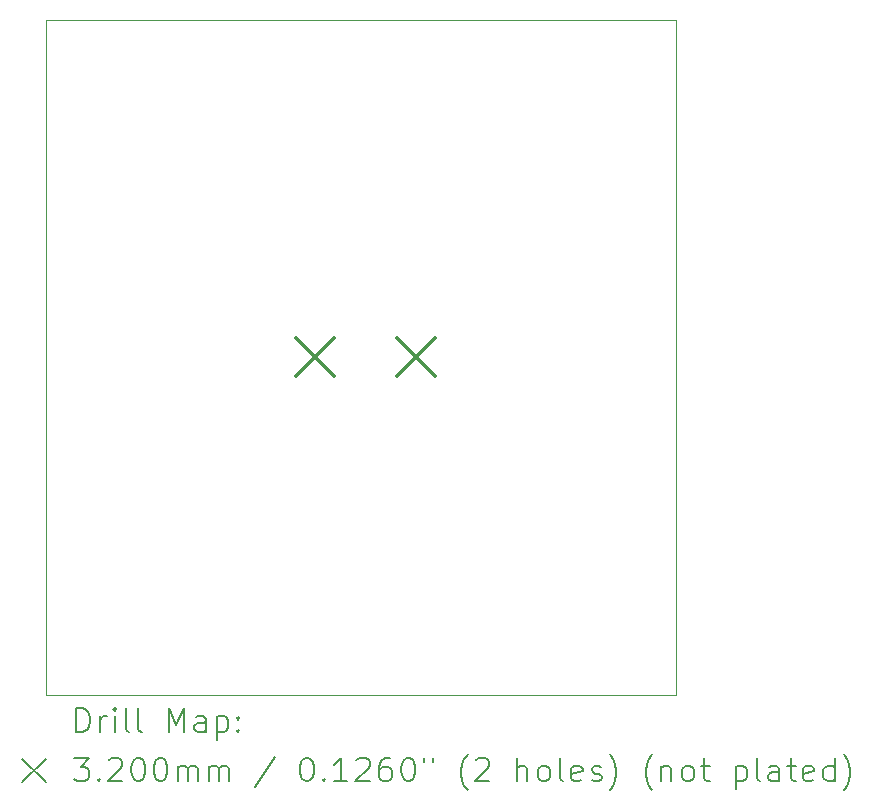
<source format=gbr>
%TF.GenerationSoftware,KiCad,Pcbnew,7.0.7*%
%TF.CreationDate,2023-09-08T13:53:21-04:00*%
%TF.ProjectId,Temps_South_DCT_HSK,54656d70-735f-4536-9f75-74685f444354,rev?*%
%TF.SameCoordinates,Original*%
%TF.FileFunction,Drillmap*%
%TF.FilePolarity,Positive*%
%FSLAX45Y45*%
G04 Gerber Fmt 4.5, Leading zero omitted, Abs format (unit mm)*
G04 Created by KiCad (PCBNEW 7.0.7) date 2023-09-08 13:53:21*
%MOMM*%
%LPD*%
G01*
G04 APERTURE LIST*
%ADD10C,0.100000*%
%ADD11C,0.200000*%
%ADD12C,0.320000*%
G04 APERTURE END LIST*
D10*
X9144000Y-4699000D02*
X14478000Y-4699000D01*
X14478000Y-10414000D01*
X9144000Y-10414000D01*
X9144000Y-4699000D01*
D11*
D12*
X11257300Y-7396500D02*
X11577300Y-7716500D01*
X11577300Y-7396500D02*
X11257300Y-7716500D01*
X12118360Y-7396500D02*
X12438360Y-7716500D01*
X12438360Y-7396500D02*
X12118360Y-7716500D01*
D11*
X9399777Y-10730484D02*
X9399777Y-10530484D01*
X9399777Y-10530484D02*
X9447396Y-10530484D01*
X9447396Y-10530484D02*
X9475967Y-10540008D01*
X9475967Y-10540008D02*
X9495015Y-10559055D01*
X9495015Y-10559055D02*
X9504539Y-10578103D01*
X9504539Y-10578103D02*
X9514063Y-10616198D01*
X9514063Y-10616198D02*
X9514063Y-10644770D01*
X9514063Y-10644770D02*
X9504539Y-10682865D01*
X9504539Y-10682865D02*
X9495015Y-10701912D01*
X9495015Y-10701912D02*
X9475967Y-10720960D01*
X9475967Y-10720960D02*
X9447396Y-10730484D01*
X9447396Y-10730484D02*
X9399777Y-10730484D01*
X9599777Y-10730484D02*
X9599777Y-10597150D01*
X9599777Y-10635246D02*
X9609301Y-10616198D01*
X9609301Y-10616198D02*
X9618824Y-10606674D01*
X9618824Y-10606674D02*
X9637872Y-10597150D01*
X9637872Y-10597150D02*
X9656920Y-10597150D01*
X9723586Y-10730484D02*
X9723586Y-10597150D01*
X9723586Y-10530484D02*
X9714063Y-10540008D01*
X9714063Y-10540008D02*
X9723586Y-10549531D01*
X9723586Y-10549531D02*
X9733110Y-10540008D01*
X9733110Y-10540008D02*
X9723586Y-10530484D01*
X9723586Y-10530484D02*
X9723586Y-10549531D01*
X9847396Y-10730484D02*
X9828348Y-10720960D01*
X9828348Y-10720960D02*
X9818824Y-10701912D01*
X9818824Y-10701912D02*
X9818824Y-10530484D01*
X9952158Y-10730484D02*
X9933110Y-10720960D01*
X9933110Y-10720960D02*
X9923586Y-10701912D01*
X9923586Y-10701912D02*
X9923586Y-10530484D01*
X10180729Y-10730484D02*
X10180729Y-10530484D01*
X10180729Y-10530484D02*
X10247396Y-10673341D01*
X10247396Y-10673341D02*
X10314063Y-10530484D01*
X10314063Y-10530484D02*
X10314063Y-10730484D01*
X10495015Y-10730484D02*
X10495015Y-10625722D01*
X10495015Y-10625722D02*
X10485491Y-10606674D01*
X10485491Y-10606674D02*
X10466444Y-10597150D01*
X10466444Y-10597150D02*
X10428348Y-10597150D01*
X10428348Y-10597150D02*
X10409301Y-10606674D01*
X10495015Y-10720960D02*
X10475967Y-10730484D01*
X10475967Y-10730484D02*
X10428348Y-10730484D01*
X10428348Y-10730484D02*
X10409301Y-10720960D01*
X10409301Y-10720960D02*
X10399777Y-10701912D01*
X10399777Y-10701912D02*
X10399777Y-10682865D01*
X10399777Y-10682865D02*
X10409301Y-10663817D01*
X10409301Y-10663817D02*
X10428348Y-10654293D01*
X10428348Y-10654293D02*
X10475967Y-10654293D01*
X10475967Y-10654293D02*
X10495015Y-10644770D01*
X10590253Y-10597150D02*
X10590253Y-10797150D01*
X10590253Y-10606674D02*
X10609301Y-10597150D01*
X10609301Y-10597150D02*
X10647396Y-10597150D01*
X10647396Y-10597150D02*
X10666444Y-10606674D01*
X10666444Y-10606674D02*
X10675967Y-10616198D01*
X10675967Y-10616198D02*
X10685491Y-10635246D01*
X10685491Y-10635246D02*
X10685491Y-10692389D01*
X10685491Y-10692389D02*
X10675967Y-10711436D01*
X10675967Y-10711436D02*
X10666444Y-10720960D01*
X10666444Y-10720960D02*
X10647396Y-10730484D01*
X10647396Y-10730484D02*
X10609301Y-10730484D01*
X10609301Y-10730484D02*
X10590253Y-10720960D01*
X10771205Y-10711436D02*
X10780729Y-10720960D01*
X10780729Y-10720960D02*
X10771205Y-10730484D01*
X10771205Y-10730484D02*
X10761682Y-10720960D01*
X10761682Y-10720960D02*
X10771205Y-10711436D01*
X10771205Y-10711436D02*
X10771205Y-10730484D01*
X10771205Y-10606674D02*
X10780729Y-10616198D01*
X10780729Y-10616198D02*
X10771205Y-10625722D01*
X10771205Y-10625722D02*
X10761682Y-10616198D01*
X10761682Y-10616198D02*
X10771205Y-10606674D01*
X10771205Y-10606674D02*
X10771205Y-10625722D01*
X8939000Y-10959000D02*
X9139000Y-11159000D01*
X9139000Y-10959000D02*
X8939000Y-11159000D01*
X9380729Y-10950484D02*
X9504539Y-10950484D01*
X9504539Y-10950484D02*
X9437872Y-11026674D01*
X9437872Y-11026674D02*
X9466444Y-11026674D01*
X9466444Y-11026674D02*
X9485491Y-11036198D01*
X9485491Y-11036198D02*
X9495015Y-11045722D01*
X9495015Y-11045722D02*
X9504539Y-11064770D01*
X9504539Y-11064770D02*
X9504539Y-11112389D01*
X9504539Y-11112389D02*
X9495015Y-11131436D01*
X9495015Y-11131436D02*
X9485491Y-11140960D01*
X9485491Y-11140960D02*
X9466444Y-11150484D01*
X9466444Y-11150484D02*
X9409301Y-11150484D01*
X9409301Y-11150484D02*
X9390253Y-11140960D01*
X9390253Y-11140960D02*
X9380729Y-11131436D01*
X9590253Y-11131436D02*
X9599777Y-11140960D01*
X9599777Y-11140960D02*
X9590253Y-11150484D01*
X9590253Y-11150484D02*
X9580729Y-11140960D01*
X9580729Y-11140960D02*
X9590253Y-11131436D01*
X9590253Y-11131436D02*
X9590253Y-11150484D01*
X9675967Y-10969531D02*
X9685491Y-10960008D01*
X9685491Y-10960008D02*
X9704539Y-10950484D01*
X9704539Y-10950484D02*
X9752158Y-10950484D01*
X9752158Y-10950484D02*
X9771205Y-10960008D01*
X9771205Y-10960008D02*
X9780729Y-10969531D01*
X9780729Y-10969531D02*
X9790253Y-10988579D01*
X9790253Y-10988579D02*
X9790253Y-11007627D01*
X9790253Y-11007627D02*
X9780729Y-11036198D01*
X9780729Y-11036198D02*
X9666444Y-11150484D01*
X9666444Y-11150484D02*
X9790253Y-11150484D01*
X9914063Y-10950484D02*
X9933110Y-10950484D01*
X9933110Y-10950484D02*
X9952158Y-10960008D01*
X9952158Y-10960008D02*
X9961682Y-10969531D01*
X9961682Y-10969531D02*
X9971205Y-10988579D01*
X9971205Y-10988579D02*
X9980729Y-11026674D01*
X9980729Y-11026674D02*
X9980729Y-11074293D01*
X9980729Y-11074293D02*
X9971205Y-11112389D01*
X9971205Y-11112389D02*
X9961682Y-11131436D01*
X9961682Y-11131436D02*
X9952158Y-11140960D01*
X9952158Y-11140960D02*
X9933110Y-11150484D01*
X9933110Y-11150484D02*
X9914063Y-11150484D01*
X9914063Y-11150484D02*
X9895015Y-11140960D01*
X9895015Y-11140960D02*
X9885491Y-11131436D01*
X9885491Y-11131436D02*
X9875967Y-11112389D01*
X9875967Y-11112389D02*
X9866444Y-11074293D01*
X9866444Y-11074293D02*
X9866444Y-11026674D01*
X9866444Y-11026674D02*
X9875967Y-10988579D01*
X9875967Y-10988579D02*
X9885491Y-10969531D01*
X9885491Y-10969531D02*
X9895015Y-10960008D01*
X9895015Y-10960008D02*
X9914063Y-10950484D01*
X10104539Y-10950484D02*
X10123586Y-10950484D01*
X10123586Y-10950484D02*
X10142634Y-10960008D01*
X10142634Y-10960008D02*
X10152158Y-10969531D01*
X10152158Y-10969531D02*
X10161682Y-10988579D01*
X10161682Y-10988579D02*
X10171205Y-11026674D01*
X10171205Y-11026674D02*
X10171205Y-11074293D01*
X10171205Y-11074293D02*
X10161682Y-11112389D01*
X10161682Y-11112389D02*
X10152158Y-11131436D01*
X10152158Y-11131436D02*
X10142634Y-11140960D01*
X10142634Y-11140960D02*
X10123586Y-11150484D01*
X10123586Y-11150484D02*
X10104539Y-11150484D01*
X10104539Y-11150484D02*
X10085491Y-11140960D01*
X10085491Y-11140960D02*
X10075967Y-11131436D01*
X10075967Y-11131436D02*
X10066444Y-11112389D01*
X10066444Y-11112389D02*
X10056920Y-11074293D01*
X10056920Y-11074293D02*
X10056920Y-11026674D01*
X10056920Y-11026674D02*
X10066444Y-10988579D01*
X10066444Y-10988579D02*
X10075967Y-10969531D01*
X10075967Y-10969531D02*
X10085491Y-10960008D01*
X10085491Y-10960008D02*
X10104539Y-10950484D01*
X10256920Y-11150484D02*
X10256920Y-11017150D01*
X10256920Y-11036198D02*
X10266444Y-11026674D01*
X10266444Y-11026674D02*
X10285491Y-11017150D01*
X10285491Y-11017150D02*
X10314063Y-11017150D01*
X10314063Y-11017150D02*
X10333110Y-11026674D01*
X10333110Y-11026674D02*
X10342634Y-11045722D01*
X10342634Y-11045722D02*
X10342634Y-11150484D01*
X10342634Y-11045722D02*
X10352158Y-11026674D01*
X10352158Y-11026674D02*
X10371205Y-11017150D01*
X10371205Y-11017150D02*
X10399777Y-11017150D01*
X10399777Y-11017150D02*
X10418825Y-11026674D01*
X10418825Y-11026674D02*
X10428348Y-11045722D01*
X10428348Y-11045722D02*
X10428348Y-11150484D01*
X10523586Y-11150484D02*
X10523586Y-11017150D01*
X10523586Y-11036198D02*
X10533110Y-11026674D01*
X10533110Y-11026674D02*
X10552158Y-11017150D01*
X10552158Y-11017150D02*
X10580729Y-11017150D01*
X10580729Y-11017150D02*
X10599777Y-11026674D01*
X10599777Y-11026674D02*
X10609301Y-11045722D01*
X10609301Y-11045722D02*
X10609301Y-11150484D01*
X10609301Y-11045722D02*
X10618825Y-11026674D01*
X10618825Y-11026674D02*
X10637872Y-11017150D01*
X10637872Y-11017150D02*
X10666444Y-11017150D01*
X10666444Y-11017150D02*
X10685491Y-11026674D01*
X10685491Y-11026674D02*
X10695015Y-11045722D01*
X10695015Y-11045722D02*
X10695015Y-11150484D01*
X11085491Y-10940960D02*
X10914063Y-11198103D01*
X11342634Y-10950484D02*
X11361682Y-10950484D01*
X11361682Y-10950484D02*
X11380729Y-10960008D01*
X11380729Y-10960008D02*
X11390253Y-10969531D01*
X11390253Y-10969531D02*
X11399777Y-10988579D01*
X11399777Y-10988579D02*
X11409301Y-11026674D01*
X11409301Y-11026674D02*
X11409301Y-11074293D01*
X11409301Y-11074293D02*
X11399777Y-11112389D01*
X11399777Y-11112389D02*
X11390253Y-11131436D01*
X11390253Y-11131436D02*
X11380729Y-11140960D01*
X11380729Y-11140960D02*
X11361682Y-11150484D01*
X11361682Y-11150484D02*
X11342634Y-11150484D01*
X11342634Y-11150484D02*
X11323586Y-11140960D01*
X11323586Y-11140960D02*
X11314063Y-11131436D01*
X11314063Y-11131436D02*
X11304539Y-11112389D01*
X11304539Y-11112389D02*
X11295015Y-11074293D01*
X11295015Y-11074293D02*
X11295015Y-11026674D01*
X11295015Y-11026674D02*
X11304539Y-10988579D01*
X11304539Y-10988579D02*
X11314063Y-10969531D01*
X11314063Y-10969531D02*
X11323586Y-10960008D01*
X11323586Y-10960008D02*
X11342634Y-10950484D01*
X11495015Y-11131436D02*
X11504539Y-11140960D01*
X11504539Y-11140960D02*
X11495015Y-11150484D01*
X11495015Y-11150484D02*
X11485491Y-11140960D01*
X11485491Y-11140960D02*
X11495015Y-11131436D01*
X11495015Y-11131436D02*
X11495015Y-11150484D01*
X11695015Y-11150484D02*
X11580729Y-11150484D01*
X11637872Y-11150484D02*
X11637872Y-10950484D01*
X11637872Y-10950484D02*
X11618825Y-10979055D01*
X11618825Y-10979055D02*
X11599777Y-10998103D01*
X11599777Y-10998103D02*
X11580729Y-11007627D01*
X11771206Y-10969531D02*
X11780729Y-10960008D01*
X11780729Y-10960008D02*
X11799777Y-10950484D01*
X11799777Y-10950484D02*
X11847396Y-10950484D01*
X11847396Y-10950484D02*
X11866444Y-10960008D01*
X11866444Y-10960008D02*
X11875967Y-10969531D01*
X11875967Y-10969531D02*
X11885491Y-10988579D01*
X11885491Y-10988579D02*
X11885491Y-11007627D01*
X11885491Y-11007627D02*
X11875967Y-11036198D01*
X11875967Y-11036198D02*
X11761682Y-11150484D01*
X11761682Y-11150484D02*
X11885491Y-11150484D01*
X12056920Y-10950484D02*
X12018825Y-10950484D01*
X12018825Y-10950484D02*
X11999777Y-10960008D01*
X11999777Y-10960008D02*
X11990253Y-10969531D01*
X11990253Y-10969531D02*
X11971206Y-10998103D01*
X11971206Y-10998103D02*
X11961682Y-11036198D01*
X11961682Y-11036198D02*
X11961682Y-11112389D01*
X11961682Y-11112389D02*
X11971206Y-11131436D01*
X11971206Y-11131436D02*
X11980729Y-11140960D01*
X11980729Y-11140960D02*
X11999777Y-11150484D01*
X11999777Y-11150484D02*
X12037872Y-11150484D01*
X12037872Y-11150484D02*
X12056920Y-11140960D01*
X12056920Y-11140960D02*
X12066444Y-11131436D01*
X12066444Y-11131436D02*
X12075967Y-11112389D01*
X12075967Y-11112389D02*
X12075967Y-11064770D01*
X12075967Y-11064770D02*
X12066444Y-11045722D01*
X12066444Y-11045722D02*
X12056920Y-11036198D01*
X12056920Y-11036198D02*
X12037872Y-11026674D01*
X12037872Y-11026674D02*
X11999777Y-11026674D01*
X11999777Y-11026674D02*
X11980729Y-11036198D01*
X11980729Y-11036198D02*
X11971206Y-11045722D01*
X11971206Y-11045722D02*
X11961682Y-11064770D01*
X12199777Y-10950484D02*
X12218825Y-10950484D01*
X12218825Y-10950484D02*
X12237872Y-10960008D01*
X12237872Y-10960008D02*
X12247396Y-10969531D01*
X12247396Y-10969531D02*
X12256920Y-10988579D01*
X12256920Y-10988579D02*
X12266444Y-11026674D01*
X12266444Y-11026674D02*
X12266444Y-11074293D01*
X12266444Y-11074293D02*
X12256920Y-11112389D01*
X12256920Y-11112389D02*
X12247396Y-11131436D01*
X12247396Y-11131436D02*
X12237872Y-11140960D01*
X12237872Y-11140960D02*
X12218825Y-11150484D01*
X12218825Y-11150484D02*
X12199777Y-11150484D01*
X12199777Y-11150484D02*
X12180729Y-11140960D01*
X12180729Y-11140960D02*
X12171206Y-11131436D01*
X12171206Y-11131436D02*
X12161682Y-11112389D01*
X12161682Y-11112389D02*
X12152158Y-11074293D01*
X12152158Y-11074293D02*
X12152158Y-11026674D01*
X12152158Y-11026674D02*
X12161682Y-10988579D01*
X12161682Y-10988579D02*
X12171206Y-10969531D01*
X12171206Y-10969531D02*
X12180729Y-10960008D01*
X12180729Y-10960008D02*
X12199777Y-10950484D01*
X12342634Y-10950484D02*
X12342634Y-10988579D01*
X12418825Y-10950484D02*
X12418825Y-10988579D01*
X12714063Y-11226674D02*
X12704539Y-11217150D01*
X12704539Y-11217150D02*
X12685491Y-11188579D01*
X12685491Y-11188579D02*
X12675968Y-11169531D01*
X12675968Y-11169531D02*
X12666444Y-11140960D01*
X12666444Y-11140960D02*
X12656920Y-11093341D01*
X12656920Y-11093341D02*
X12656920Y-11055246D01*
X12656920Y-11055246D02*
X12666444Y-11007627D01*
X12666444Y-11007627D02*
X12675968Y-10979055D01*
X12675968Y-10979055D02*
X12685491Y-10960008D01*
X12685491Y-10960008D02*
X12704539Y-10931436D01*
X12704539Y-10931436D02*
X12714063Y-10921912D01*
X12780729Y-10969531D02*
X12790253Y-10960008D01*
X12790253Y-10960008D02*
X12809301Y-10950484D01*
X12809301Y-10950484D02*
X12856920Y-10950484D01*
X12856920Y-10950484D02*
X12875968Y-10960008D01*
X12875968Y-10960008D02*
X12885491Y-10969531D01*
X12885491Y-10969531D02*
X12895015Y-10988579D01*
X12895015Y-10988579D02*
X12895015Y-11007627D01*
X12895015Y-11007627D02*
X12885491Y-11036198D01*
X12885491Y-11036198D02*
X12771206Y-11150484D01*
X12771206Y-11150484D02*
X12895015Y-11150484D01*
X13133110Y-11150484D02*
X13133110Y-10950484D01*
X13218825Y-11150484D02*
X13218825Y-11045722D01*
X13218825Y-11045722D02*
X13209301Y-11026674D01*
X13209301Y-11026674D02*
X13190253Y-11017150D01*
X13190253Y-11017150D02*
X13161682Y-11017150D01*
X13161682Y-11017150D02*
X13142634Y-11026674D01*
X13142634Y-11026674D02*
X13133110Y-11036198D01*
X13342634Y-11150484D02*
X13323587Y-11140960D01*
X13323587Y-11140960D02*
X13314063Y-11131436D01*
X13314063Y-11131436D02*
X13304539Y-11112389D01*
X13304539Y-11112389D02*
X13304539Y-11055246D01*
X13304539Y-11055246D02*
X13314063Y-11036198D01*
X13314063Y-11036198D02*
X13323587Y-11026674D01*
X13323587Y-11026674D02*
X13342634Y-11017150D01*
X13342634Y-11017150D02*
X13371206Y-11017150D01*
X13371206Y-11017150D02*
X13390253Y-11026674D01*
X13390253Y-11026674D02*
X13399777Y-11036198D01*
X13399777Y-11036198D02*
X13409301Y-11055246D01*
X13409301Y-11055246D02*
X13409301Y-11112389D01*
X13409301Y-11112389D02*
X13399777Y-11131436D01*
X13399777Y-11131436D02*
X13390253Y-11140960D01*
X13390253Y-11140960D02*
X13371206Y-11150484D01*
X13371206Y-11150484D02*
X13342634Y-11150484D01*
X13523587Y-11150484D02*
X13504539Y-11140960D01*
X13504539Y-11140960D02*
X13495015Y-11121912D01*
X13495015Y-11121912D02*
X13495015Y-10950484D01*
X13675968Y-11140960D02*
X13656920Y-11150484D01*
X13656920Y-11150484D02*
X13618825Y-11150484D01*
X13618825Y-11150484D02*
X13599777Y-11140960D01*
X13599777Y-11140960D02*
X13590253Y-11121912D01*
X13590253Y-11121912D02*
X13590253Y-11045722D01*
X13590253Y-11045722D02*
X13599777Y-11026674D01*
X13599777Y-11026674D02*
X13618825Y-11017150D01*
X13618825Y-11017150D02*
X13656920Y-11017150D01*
X13656920Y-11017150D02*
X13675968Y-11026674D01*
X13675968Y-11026674D02*
X13685491Y-11045722D01*
X13685491Y-11045722D02*
X13685491Y-11064770D01*
X13685491Y-11064770D02*
X13590253Y-11083817D01*
X13761682Y-11140960D02*
X13780730Y-11150484D01*
X13780730Y-11150484D02*
X13818825Y-11150484D01*
X13818825Y-11150484D02*
X13837872Y-11140960D01*
X13837872Y-11140960D02*
X13847396Y-11121912D01*
X13847396Y-11121912D02*
X13847396Y-11112389D01*
X13847396Y-11112389D02*
X13837872Y-11093341D01*
X13837872Y-11093341D02*
X13818825Y-11083817D01*
X13818825Y-11083817D02*
X13790253Y-11083817D01*
X13790253Y-11083817D02*
X13771206Y-11074293D01*
X13771206Y-11074293D02*
X13761682Y-11055246D01*
X13761682Y-11055246D02*
X13761682Y-11045722D01*
X13761682Y-11045722D02*
X13771206Y-11026674D01*
X13771206Y-11026674D02*
X13790253Y-11017150D01*
X13790253Y-11017150D02*
X13818825Y-11017150D01*
X13818825Y-11017150D02*
X13837872Y-11026674D01*
X13914063Y-11226674D02*
X13923587Y-11217150D01*
X13923587Y-11217150D02*
X13942634Y-11188579D01*
X13942634Y-11188579D02*
X13952158Y-11169531D01*
X13952158Y-11169531D02*
X13961682Y-11140960D01*
X13961682Y-11140960D02*
X13971206Y-11093341D01*
X13971206Y-11093341D02*
X13971206Y-11055246D01*
X13971206Y-11055246D02*
X13961682Y-11007627D01*
X13961682Y-11007627D02*
X13952158Y-10979055D01*
X13952158Y-10979055D02*
X13942634Y-10960008D01*
X13942634Y-10960008D02*
X13923587Y-10931436D01*
X13923587Y-10931436D02*
X13914063Y-10921912D01*
X14275968Y-11226674D02*
X14266444Y-11217150D01*
X14266444Y-11217150D02*
X14247396Y-11188579D01*
X14247396Y-11188579D02*
X14237872Y-11169531D01*
X14237872Y-11169531D02*
X14228349Y-11140960D01*
X14228349Y-11140960D02*
X14218825Y-11093341D01*
X14218825Y-11093341D02*
X14218825Y-11055246D01*
X14218825Y-11055246D02*
X14228349Y-11007627D01*
X14228349Y-11007627D02*
X14237872Y-10979055D01*
X14237872Y-10979055D02*
X14247396Y-10960008D01*
X14247396Y-10960008D02*
X14266444Y-10931436D01*
X14266444Y-10931436D02*
X14275968Y-10921912D01*
X14352158Y-11017150D02*
X14352158Y-11150484D01*
X14352158Y-11036198D02*
X14361682Y-11026674D01*
X14361682Y-11026674D02*
X14380730Y-11017150D01*
X14380730Y-11017150D02*
X14409301Y-11017150D01*
X14409301Y-11017150D02*
X14428349Y-11026674D01*
X14428349Y-11026674D02*
X14437872Y-11045722D01*
X14437872Y-11045722D02*
X14437872Y-11150484D01*
X14561682Y-11150484D02*
X14542634Y-11140960D01*
X14542634Y-11140960D02*
X14533111Y-11131436D01*
X14533111Y-11131436D02*
X14523587Y-11112389D01*
X14523587Y-11112389D02*
X14523587Y-11055246D01*
X14523587Y-11055246D02*
X14533111Y-11036198D01*
X14533111Y-11036198D02*
X14542634Y-11026674D01*
X14542634Y-11026674D02*
X14561682Y-11017150D01*
X14561682Y-11017150D02*
X14590253Y-11017150D01*
X14590253Y-11017150D02*
X14609301Y-11026674D01*
X14609301Y-11026674D02*
X14618825Y-11036198D01*
X14618825Y-11036198D02*
X14628349Y-11055246D01*
X14628349Y-11055246D02*
X14628349Y-11112389D01*
X14628349Y-11112389D02*
X14618825Y-11131436D01*
X14618825Y-11131436D02*
X14609301Y-11140960D01*
X14609301Y-11140960D02*
X14590253Y-11150484D01*
X14590253Y-11150484D02*
X14561682Y-11150484D01*
X14685492Y-11017150D02*
X14761682Y-11017150D01*
X14714063Y-10950484D02*
X14714063Y-11121912D01*
X14714063Y-11121912D02*
X14723587Y-11140960D01*
X14723587Y-11140960D02*
X14742634Y-11150484D01*
X14742634Y-11150484D02*
X14761682Y-11150484D01*
X14980730Y-11017150D02*
X14980730Y-11217150D01*
X14980730Y-11026674D02*
X14999777Y-11017150D01*
X14999777Y-11017150D02*
X15037873Y-11017150D01*
X15037873Y-11017150D02*
X15056920Y-11026674D01*
X15056920Y-11026674D02*
X15066444Y-11036198D01*
X15066444Y-11036198D02*
X15075968Y-11055246D01*
X15075968Y-11055246D02*
X15075968Y-11112389D01*
X15075968Y-11112389D02*
X15066444Y-11131436D01*
X15066444Y-11131436D02*
X15056920Y-11140960D01*
X15056920Y-11140960D02*
X15037873Y-11150484D01*
X15037873Y-11150484D02*
X14999777Y-11150484D01*
X14999777Y-11150484D02*
X14980730Y-11140960D01*
X15190253Y-11150484D02*
X15171206Y-11140960D01*
X15171206Y-11140960D02*
X15161682Y-11121912D01*
X15161682Y-11121912D02*
X15161682Y-10950484D01*
X15352158Y-11150484D02*
X15352158Y-11045722D01*
X15352158Y-11045722D02*
X15342634Y-11026674D01*
X15342634Y-11026674D02*
X15323587Y-11017150D01*
X15323587Y-11017150D02*
X15285492Y-11017150D01*
X15285492Y-11017150D02*
X15266444Y-11026674D01*
X15352158Y-11140960D02*
X15333111Y-11150484D01*
X15333111Y-11150484D02*
X15285492Y-11150484D01*
X15285492Y-11150484D02*
X15266444Y-11140960D01*
X15266444Y-11140960D02*
X15256920Y-11121912D01*
X15256920Y-11121912D02*
X15256920Y-11102865D01*
X15256920Y-11102865D02*
X15266444Y-11083817D01*
X15266444Y-11083817D02*
X15285492Y-11074293D01*
X15285492Y-11074293D02*
X15333111Y-11074293D01*
X15333111Y-11074293D02*
X15352158Y-11064770D01*
X15418825Y-11017150D02*
X15495015Y-11017150D01*
X15447396Y-10950484D02*
X15447396Y-11121912D01*
X15447396Y-11121912D02*
X15456920Y-11140960D01*
X15456920Y-11140960D02*
X15475968Y-11150484D01*
X15475968Y-11150484D02*
X15495015Y-11150484D01*
X15637873Y-11140960D02*
X15618825Y-11150484D01*
X15618825Y-11150484D02*
X15580730Y-11150484D01*
X15580730Y-11150484D02*
X15561682Y-11140960D01*
X15561682Y-11140960D02*
X15552158Y-11121912D01*
X15552158Y-11121912D02*
X15552158Y-11045722D01*
X15552158Y-11045722D02*
X15561682Y-11026674D01*
X15561682Y-11026674D02*
X15580730Y-11017150D01*
X15580730Y-11017150D02*
X15618825Y-11017150D01*
X15618825Y-11017150D02*
X15637873Y-11026674D01*
X15637873Y-11026674D02*
X15647396Y-11045722D01*
X15647396Y-11045722D02*
X15647396Y-11064770D01*
X15647396Y-11064770D02*
X15552158Y-11083817D01*
X15818825Y-11150484D02*
X15818825Y-10950484D01*
X15818825Y-11140960D02*
X15799777Y-11150484D01*
X15799777Y-11150484D02*
X15761682Y-11150484D01*
X15761682Y-11150484D02*
X15742634Y-11140960D01*
X15742634Y-11140960D02*
X15733111Y-11131436D01*
X15733111Y-11131436D02*
X15723587Y-11112389D01*
X15723587Y-11112389D02*
X15723587Y-11055246D01*
X15723587Y-11055246D02*
X15733111Y-11036198D01*
X15733111Y-11036198D02*
X15742634Y-11026674D01*
X15742634Y-11026674D02*
X15761682Y-11017150D01*
X15761682Y-11017150D02*
X15799777Y-11017150D01*
X15799777Y-11017150D02*
X15818825Y-11026674D01*
X15895015Y-11226674D02*
X15904539Y-11217150D01*
X15904539Y-11217150D02*
X15923587Y-11188579D01*
X15923587Y-11188579D02*
X15933111Y-11169531D01*
X15933111Y-11169531D02*
X15942634Y-11140960D01*
X15942634Y-11140960D02*
X15952158Y-11093341D01*
X15952158Y-11093341D02*
X15952158Y-11055246D01*
X15952158Y-11055246D02*
X15942634Y-11007627D01*
X15942634Y-11007627D02*
X15933111Y-10979055D01*
X15933111Y-10979055D02*
X15923587Y-10960008D01*
X15923587Y-10960008D02*
X15904539Y-10931436D01*
X15904539Y-10931436D02*
X15895015Y-10921912D01*
M02*

</source>
